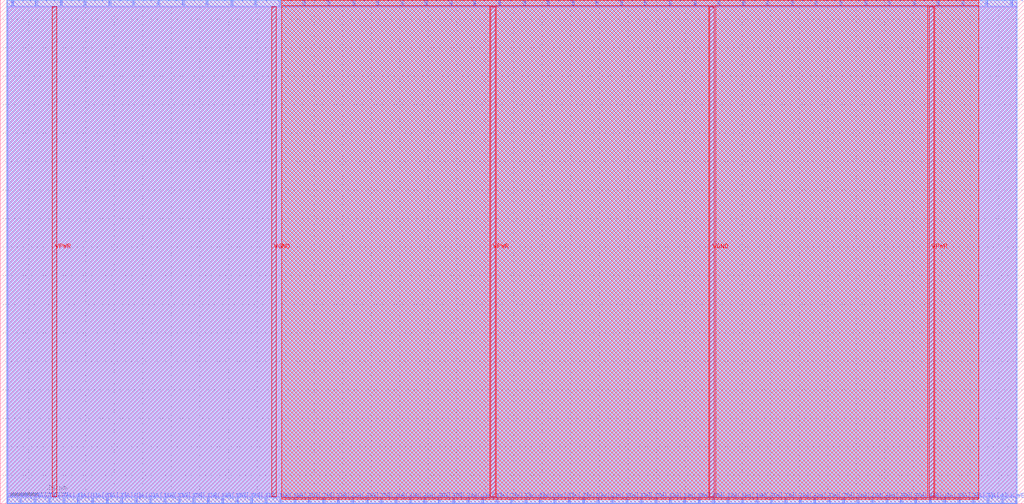
<source format=lef>
VERSION 5.7 ;
  NOWIREEXTENSIONATPIN ON ;
  DIVIDERCHAR "/" ;
  BUSBITCHARS "[]" ;
MACRO DFFRF_2R1W
  CLASS BLOCK ;
  FOREIGN DFFRF_2R1W ;
  ORIGIN 0.000 0.000 ;
  SIZE 358.800 BY 176.800 ;
  PIN CLK
    DIRECTION INPUT ;
    USE SIGNAL ;
    PORT
      LAYER met2 ;
        RECT 351.070 0.000 351.350 2.000 ;
    END
  END CLK
  PIN DA[0]
    DIRECTION OUTPUT TRISTATE ;
    USE SIGNAL ;
    PORT
      LAYER met2 ;
        RECT 2.390 0.000 2.670 2.000 ;
    END
  END DA[0]
  PIN DA[10]
    DIRECTION OUTPUT TRISTATE ;
    USE SIGNAL ;
    PORT
      LAYER met2 ;
        RECT 52.530 0.000 52.810 2.000 ;
    END
  END DA[10]
  PIN DA[11]
    DIRECTION OUTPUT TRISTATE ;
    USE SIGNAL ;
    PORT
      LAYER met2 ;
        RECT 57.590 0.000 57.870 2.000 ;
    END
  END DA[11]
  PIN DA[12]
    DIRECTION OUTPUT TRISTATE ;
    USE SIGNAL ;
    PORT
      LAYER met2 ;
        RECT 62.650 0.000 62.930 2.000 ;
    END
  END DA[12]
  PIN DA[13]
    DIRECTION OUTPUT TRISTATE ;
    USE SIGNAL ;
    PORT
      LAYER met2 ;
        RECT 67.710 0.000 67.990 2.000 ;
    END
  END DA[13]
  PIN DA[14]
    DIRECTION OUTPUT TRISTATE ;
    USE SIGNAL ;
    PORT
      LAYER met2 ;
        RECT 72.770 0.000 73.050 2.000 ;
    END
  END DA[14]
  PIN DA[15]
    DIRECTION OUTPUT TRISTATE ;
    USE SIGNAL ;
    PORT
      LAYER met2 ;
        RECT 77.830 0.000 78.110 2.000 ;
    END
  END DA[15]
  PIN DA[16]
    DIRECTION OUTPUT TRISTATE ;
    USE SIGNAL ;
    PORT
      LAYER met2 ;
        RECT 82.890 0.000 83.170 2.000 ;
    END
  END DA[16]
  PIN DA[17]
    DIRECTION OUTPUT TRISTATE ;
    USE SIGNAL ;
    PORT
      LAYER met2 ;
        RECT 87.950 0.000 88.230 2.000 ;
    END
  END DA[17]
  PIN DA[18]
    DIRECTION OUTPUT TRISTATE ;
    USE SIGNAL ;
    PORT
      LAYER met2 ;
        RECT 93.010 0.000 93.290 2.000 ;
    END
  END DA[18]
  PIN DA[19]
    DIRECTION OUTPUT TRISTATE ;
    USE SIGNAL ;
    PORT
      LAYER met2 ;
        RECT 98.070 0.000 98.350 2.000 ;
    END
  END DA[19]
  PIN DA[1]
    DIRECTION OUTPUT TRISTATE ;
    USE SIGNAL ;
    PORT
      LAYER met2 ;
        RECT 6.990 0.000 7.270 2.000 ;
    END
  END DA[1]
  PIN DA[20]
    DIRECTION OUTPUT TRISTATE ;
    USE SIGNAL ;
    PORT
      LAYER met2 ;
        RECT 103.130 0.000 103.410 2.000 ;
    END
  END DA[20]
  PIN DA[21]
    DIRECTION OUTPUT TRISTATE ;
    USE SIGNAL ;
    PORT
      LAYER met2 ;
        RECT 108.190 0.000 108.470 2.000 ;
    END
  END DA[21]
  PIN DA[22]
    DIRECTION OUTPUT TRISTATE ;
    USE SIGNAL ;
    PORT
      LAYER met2 ;
        RECT 113.250 0.000 113.530 2.000 ;
    END
  END DA[22]
  PIN DA[23]
    DIRECTION OUTPUT TRISTATE ;
    USE SIGNAL ;
    PORT
      LAYER met2 ;
        RECT 118.310 0.000 118.590 2.000 ;
    END
  END DA[23]
  PIN DA[24]
    DIRECTION OUTPUT TRISTATE ;
    USE SIGNAL ;
    PORT
      LAYER met2 ;
        RECT 123.370 0.000 123.650 2.000 ;
    END
  END DA[24]
  PIN DA[25]
    DIRECTION OUTPUT TRISTATE ;
    USE SIGNAL ;
    PORT
      LAYER met2 ;
        RECT 128.430 0.000 128.710 2.000 ;
    END
  END DA[25]
  PIN DA[26]
    DIRECTION OUTPUT TRISTATE ;
    USE SIGNAL ;
    PORT
      LAYER met2 ;
        RECT 133.490 0.000 133.770 2.000 ;
    END
  END DA[26]
  PIN DA[27]
    DIRECTION OUTPUT TRISTATE ;
    USE SIGNAL ;
    PORT
      LAYER met2 ;
        RECT 138.550 0.000 138.830 2.000 ;
    END
  END DA[27]
  PIN DA[28]
    DIRECTION OUTPUT TRISTATE ;
    USE SIGNAL ;
    PORT
      LAYER met2 ;
        RECT 143.610 0.000 143.890 2.000 ;
    END
  END DA[28]
  PIN DA[29]
    DIRECTION OUTPUT TRISTATE ;
    USE SIGNAL ;
    PORT
      LAYER met2 ;
        RECT 148.670 0.000 148.950 2.000 ;
    END
  END DA[29]
  PIN DA[2]
    DIRECTION OUTPUT TRISTATE ;
    USE SIGNAL ;
    PORT
      LAYER met2 ;
        RECT 12.050 0.000 12.330 2.000 ;
    END
  END DA[2]
  PIN DA[30]
    DIRECTION OUTPUT TRISTATE ;
    USE SIGNAL ;
    PORT
      LAYER met2 ;
        RECT 153.730 0.000 154.010 2.000 ;
    END
  END DA[30]
  PIN DA[31]
    DIRECTION OUTPUT TRISTATE ;
    USE SIGNAL ;
    PORT
      LAYER met2 ;
        RECT 158.790 0.000 159.070 2.000 ;
    END
  END DA[31]
  PIN DA[3]
    DIRECTION OUTPUT TRISTATE ;
    USE SIGNAL ;
    PORT
      LAYER met2 ;
        RECT 17.110 0.000 17.390 2.000 ;
    END
  END DA[3]
  PIN DA[4]
    DIRECTION OUTPUT TRISTATE ;
    USE SIGNAL ;
    PORT
      LAYER met2 ;
        RECT 22.170 0.000 22.450 2.000 ;
    END
  END DA[4]
  PIN DA[5]
    DIRECTION OUTPUT TRISTATE ;
    USE SIGNAL ;
    PORT
      LAYER met2 ;
        RECT 27.230 0.000 27.510 2.000 ;
    END
  END DA[5]
  PIN DA[6]
    DIRECTION OUTPUT TRISTATE ;
    USE SIGNAL ;
    PORT
      LAYER met2 ;
        RECT 32.290 0.000 32.570 2.000 ;
    END
  END DA[6]
  PIN DA[7]
    DIRECTION OUTPUT TRISTATE ;
    USE SIGNAL ;
    PORT
      LAYER met2 ;
        RECT 37.350 0.000 37.630 2.000 ;
    END
  END DA[7]
  PIN DA[8]
    DIRECTION OUTPUT TRISTATE ;
    USE SIGNAL ;
    PORT
      LAYER met2 ;
        RECT 42.410 0.000 42.690 2.000 ;
    END
  END DA[8]
  PIN DA[9]
    DIRECTION OUTPUT TRISTATE ;
    USE SIGNAL ;
    PORT
      LAYER met2 ;
        RECT 47.470 0.000 47.750 2.000 ;
    END
  END DA[9]
  PIN DB[0]
    DIRECTION OUTPUT TRISTATE ;
    USE SIGNAL ;
    PORT
      LAYER met2 ;
        RECT 4.230 174.800 4.510 176.800 ;
    END
  END DB[0]
  PIN DB[10]
    DIRECTION OUTPUT TRISTATE ;
    USE SIGNAL ;
    PORT
      LAYER met2 ;
        RECT 89.330 174.800 89.610 176.800 ;
    END
  END DB[10]
  PIN DB[11]
    DIRECTION OUTPUT TRISTATE ;
    USE SIGNAL ;
    PORT
      LAYER met2 ;
        RECT 98.070 174.800 98.350 176.800 ;
    END
  END DB[11]
  PIN DB[12]
    DIRECTION OUTPUT TRISTATE ;
    USE SIGNAL ;
    PORT
      LAYER met2 ;
        RECT 106.350 174.800 106.630 176.800 ;
    END
  END DB[12]
  PIN DB[13]
    DIRECTION OUTPUT TRISTATE ;
    USE SIGNAL ;
    PORT
      LAYER met2 ;
        RECT 115.090 174.800 115.370 176.800 ;
    END
  END DB[13]
  PIN DB[14]
    DIRECTION OUTPUT TRISTATE ;
    USE SIGNAL ;
    PORT
      LAYER met2 ;
        RECT 123.830 174.800 124.110 176.800 ;
    END
  END DB[14]
  PIN DB[15]
    DIRECTION OUTPUT TRISTATE ;
    USE SIGNAL ;
    PORT
      LAYER met2 ;
        RECT 132.110 174.800 132.390 176.800 ;
    END
  END DB[15]
  PIN DB[16]
    DIRECTION OUTPUT TRISTATE ;
    USE SIGNAL ;
    PORT
      LAYER met2 ;
        RECT 140.850 174.800 141.130 176.800 ;
    END
  END DB[16]
  PIN DB[17]
    DIRECTION OUTPUT TRISTATE ;
    USE SIGNAL ;
    PORT
      LAYER met2 ;
        RECT 149.130 174.800 149.410 176.800 ;
    END
  END DB[17]
  PIN DB[18]
    DIRECTION OUTPUT TRISTATE ;
    USE SIGNAL ;
    PORT
      LAYER met2 ;
        RECT 157.870 174.800 158.150 176.800 ;
    END
  END DB[18]
  PIN DB[19]
    DIRECTION OUTPUT TRISTATE ;
    USE SIGNAL ;
    PORT
      LAYER met2 ;
        RECT 166.150 174.800 166.430 176.800 ;
    END
  END DB[19]
  PIN DB[1]
    DIRECTION OUTPUT TRISTATE ;
    USE SIGNAL ;
    PORT
      LAYER met2 ;
        RECT 12.510 174.800 12.790 176.800 ;
    END
  END DB[1]
  PIN DB[20]
    DIRECTION OUTPUT TRISTATE ;
    USE SIGNAL ;
    PORT
      LAYER met2 ;
        RECT 174.890 174.800 175.170 176.800 ;
    END
  END DB[20]
  PIN DB[21]
    DIRECTION OUTPUT TRISTATE ;
    USE SIGNAL ;
    PORT
      LAYER met2 ;
        RECT 183.630 174.800 183.910 176.800 ;
    END
  END DB[21]
  PIN DB[22]
    DIRECTION OUTPUT TRISTATE ;
    USE SIGNAL ;
    PORT
      LAYER met2 ;
        RECT 191.910 174.800 192.190 176.800 ;
    END
  END DB[22]
  PIN DB[23]
    DIRECTION OUTPUT TRISTATE ;
    USE SIGNAL ;
    PORT
      LAYER met2 ;
        RECT 200.650 174.800 200.930 176.800 ;
    END
  END DB[23]
  PIN DB[24]
    DIRECTION OUTPUT TRISTATE ;
    USE SIGNAL ;
    PORT
      LAYER met2 ;
        RECT 208.930 174.800 209.210 176.800 ;
    END
  END DB[24]
  PIN DB[25]
    DIRECTION OUTPUT TRISTATE ;
    USE SIGNAL ;
    PORT
      LAYER met2 ;
        RECT 217.670 174.800 217.950 176.800 ;
    END
  END DB[25]
  PIN DB[26]
    DIRECTION OUTPUT TRISTATE ;
    USE SIGNAL ;
    PORT
      LAYER met2 ;
        RECT 225.950 174.800 226.230 176.800 ;
    END
  END DB[26]
  PIN DB[27]
    DIRECTION OUTPUT TRISTATE ;
    USE SIGNAL ;
    PORT
      LAYER met2 ;
        RECT 234.690 174.800 234.970 176.800 ;
    END
  END DB[27]
  PIN DB[28]
    DIRECTION OUTPUT TRISTATE ;
    USE SIGNAL ;
    PORT
      LAYER met2 ;
        RECT 243.430 174.800 243.710 176.800 ;
    END
  END DB[28]
  PIN DB[29]
    DIRECTION OUTPUT TRISTATE ;
    USE SIGNAL ;
    PORT
      LAYER met2 ;
        RECT 251.710 174.800 251.990 176.800 ;
    END
  END DB[29]
  PIN DB[2]
    DIRECTION OUTPUT TRISTATE ;
    USE SIGNAL ;
    PORT
      LAYER met2 ;
        RECT 21.250 174.800 21.530 176.800 ;
    END
  END DB[2]
  PIN DB[30]
    DIRECTION OUTPUT TRISTATE ;
    USE SIGNAL ;
    PORT
      LAYER met2 ;
        RECT 260.450 174.800 260.730 176.800 ;
    END
  END DB[30]
  PIN DB[31]
    DIRECTION OUTPUT TRISTATE ;
    USE SIGNAL ;
    PORT
      LAYER met2 ;
        RECT 268.730 174.800 269.010 176.800 ;
    END
  END DB[31]
  PIN DB[3]
    DIRECTION OUTPUT TRISTATE ;
    USE SIGNAL ;
    PORT
      LAYER met2 ;
        RECT 29.530 174.800 29.810 176.800 ;
    END
  END DB[3]
  PIN DB[4]
    DIRECTION OUTPUT TRISTATE ;
    USE SIGNAL ;
    PORT
      LAYER met2 ;
        RECT 38.270 174.800 38.550 176.800 ;
    END
  END DB[4]
  PIN DB[5]
    DIRECTION OUTPUT TRISTATE ;
    USE SIGNAL ;
    PORT
      LAYER met2 ;
        RECT 46.550 174.800 46.830 176.800 ;
    END
  END DB[5]
  PIN DB[6]
    DIRECTION OUTPUT TRISTATE ;
    USE SIGNAL ;
    PORT
      LAYER met2 ;
        RECT 55.290 174.800 55.570 176.800 ;
    END
  END DB[6]
  PIN DB[7]
    DIRECTION OUTPUT TRISTATE ;
    USE SIGNAL ;
    PORT
      LAYER met2 ;
        RECT 64.030 174.800 64.310 176.800 ;
    END
  END DB[7]
  PIN DB[8]
    DIRECTION OUTPUT TRISTATE ;
    USE SIGNAL ;
    PORT
      LAYER met2 ;
        RECT 72.310 174.800 72.590 176.800 ;
    END
  END DB[8]
  PIN DB[9]
    DIRECTION OUTPUT TRISTATE ;
    USE SIGNAL ;
    PORT
      LAYER met2 ;
        RECT 81.050 174.800 81.330 176.800 ;
    END
  END DB[9]
  PIN DW[0]
    DIRECTION INPUT ;
    USE SIGNAL ;
    PORT
      LAYER met2 ;
        RECT 163.850 0.000 164.130 2.000 ;
    END
  END DW[0]
  PIN DW[10]
    DIRECTION INPUT ;
    USE SIGNAL ;
    PORT
      LAYER met2 ;
        RECT 214.450 0.000 214.730 2.000 ;
    END
  END DW[10]
  PIN DW[11]
    DIRECTION INPUT ;
    USE SIGNAL ;
    PORT
      LAYER met2 ;
        RECT 219.510 0.000 219.790 2.000 ;
    END
  END DW[11]
  PIN DW[12]
    DIRECTION INPUT ;
    USE SIGNAL ;
    PORT
      LAYER met2 ;
        RECT 224.570 0.000 224.850 2.000 ;
    END
  END DW[12]
  PIN DW[13]
    DIRECTION INPUT ;
    USE SIGNAL ;
    PORT
      LAYER met2 ;
        RECT 229.630 0.000 229.910 2.000 ;
    END
  END DW[13]
  PIN DW[14]
    DIRECTION INPUT ;
    USE SIGNAL ;
    PORT
      LAYER met2 ;
        RECT 234.690 0.000 234.970 2.000 ;
    END
  END DW[14]
  PIN DW[15]
    DIRECTION INPUT ;
    USE SIGNAL ;
    PORT
      LAYER met2 ;
        RECT 239.750 0.000 240.030 2.000 ;
    END
  END DW[15]
  PIN DW[16]
    DIRECTION INPUT ;
    USE SIGNAL ;
    PORT
      LAYER met2 ;
        RECT 244.810 0.000 245.090 2.000 ;
    END
  END DW[16]
  PIN DW[17]
    DIRECTION INPUT ;
    USE SIGNAL ;
    PORT
      LAYER met2 ;
        RECT 249.870 0.000 250.150 2.000 ;
    END
  END DW[17]
  PIN DW[18]
    DIRECTION INPUT ;
    USE SIGNAL ;
    PORT
      LAYER met2 ;
        RECT 254.930 0.000 255.210 2.000 ;
    END
  END DW[18]
  PIN DW[19]
    DIRECTION INPUT ;
    USE SIGNAL ;
    PORT
      LAYER met2 ;
        RECT 259.990 0.000 260.270 2.000 ;
    END
  END DW[19]
  PIN DW[1]
    DIRECTION INPUT ;
    USE SIGNAL ;
    PORT
      LAYER met2 ;
        RECT 168.910 0.000 169.190 2.000 ;
    END
  END DW[1]
  PIN DW[20]
    DIRECTION INPUT ;
    USE SIGNAL ;
    PORT
      LAYER met2 ;
        RECT 265.050 0.000 265.330 2.000 ;
    END
  END DW[20]
  PIN DW[21]
    DIRECTION INPUT ;
    USE SIGNAL ;
    PORT
      LAYER met2 ;
        RECT 270.110 0.000 270.390 2.000 ;
    END
  END DW[21]
  PIN DW[22]
    DIRECTION INPUT ;
    USE SIGNAL ;
    PORT
      LAYER met2 ;
        RECT 275.170 0.000 275.450 2.000 ;
    END
  END DW[22]
  PIN DW[23]
    DIRECTION INPUT ;
    USE SIGNAL ;
    PORT
      LAYER met2 ;
        RECT 280.230 0.000 280.510 2.000 ;
    END
  END DW[23]
  PIN DW[24]
    DIRECTION INPUT ;
    USE SIGNAL ;
    PORT
      LAYER met2 ;
        RECT 285.290 0.000 285.570 2.000 ;
    END
  END DW[24]
  PIN DW[25]
    DIRECTION INPUT ;
    USE SIGNAL ;
    PORT
      LAYER met2 ;
        RECT 290.350 0.000 290.630 2.000 ;
    END
  END DW[25]
  PIN DW[26]
    DIRECTION INPUT ;
    USE SIGNAL ;
    PORT
      LAYER met2 ;
        RECT 295.410 0.000 295.690 2.000 ;
    END
  END DW[26]
  PIN DW[27]
    DIRECTION INPUT ;
    USE SIGNAL ;
    PORT
      LAYER met2 ;
        RECT 300.470 0.000 300.750 2.000 ;
    END
  END DW[27]
  PIN DW[28]
    DIRECTION INPUT ;
    USE SIGNAL ;
    PORT
      LAYER met2 ;
        RECT 305.530 0.000 305.810 2.000 ;
    END
  END DW[28]
  PIN DW[29]
    DIRECTION INPUT ;
    USE SIGNAL ;
    PORT
      LAYER met2 ;
        RECT 310.590 0.000 310.870 2.000 ;
    END
  END DW[29]
  PIN DW[2]
    DIRECTION INPUT ;
    USE SIGNAL ;
    PORT
      LAYER met2 ;
        RECT 173.970 0.000 174.250 2.000 ;
    END
  END DW[2]
  PIN DW[30]
    DIRECTION INPUT ;
    USE SIGNAL ;
    PORT
      LAYER met2 ;
        RECT 315.650 0.000 315.930 2.000 ;
    END
  END DW[30]
  PIN DW[31]
    DIRECTION INPUT ;
    USE SIGNAL ;
    PORT
      LAYER met2 ;
        RECT 320.710 0.000 320.990 2.000 ;
    END
  END DW[31]
  PIN DW[3]
    DIRECTION INPUT ;
    USE SIGNAL ;
    PORT
      LAYER met2 ;
        RECT 179.030 0.000 179.310 2.000 ;
    END
  END DW[3]
  PIN DW[4]
    DIRECTION INPUT ;
    USE SIGNAL ;
    PORT
      LAYER met2 ;
        RECT 184.090 0.000 184.370 2.000 ;
    END
  END DW[4]
  PIN DW[5]
    DIRECTION INPUT ;
    USE SIGNAL ;
    PORT
      LAYER met2 ;
        RECT 189.150 0.000 189.430 2.000 ;
    END
  END DW[5]
  PIN DW[6]
    DIRECTION INPUT ;
    USE SIGNAL ;
    PORT
      LAYER met2 ;
        RECT 194.210 0.000 194.490 2.000 ;
    END
  END DW[6]
  PIN DW[7]
    DIRECTION INPUT ;
    USE SIGNAL ;
    PORT
      LAYER met2 ;
        RECT 199.270 0.000 199.550 2.000 ;
    END
  END DW[7]
  PIN DW[8]
    DIRECTION INPUT ;
    USE SIGNAL ;
    PORT
      LAYER met2 ;
        RECT 204.330 0.000 204.610 2.000 ;
    END
  END DW[8]
  PIN DW[9]
    DIRECTION INPUT ;
    USE SIGNAL ;
    PORT
      LAYER met2 ;
        RECT 209.390 0.000 209.670 2.000 ;
    END
  END DW[9]
  PIN RA[0]
    DIRECTION INPUT ;
    USE SIGNAL ;
    PORT
      LAYER met2 ;
        RECT 325.770 0.000 326.050 2.000 ;
    END
  END RA[0]
  PIN RA[1]
    DIRECTION INPUT ;
    USE SIGNAL ;
    PORT
      LAYER met2 ;
        RECT 330.830 0.000 331.110 2.000 ;
    END
  END RA[1]
  PIN RA[2]
    DIRECTION INPUT ;
    USE SIGNAL ;
    PORT
      LAYER met2 ;
        RECT 335.890 0.000 336.170 2.000 ;
    END
  END RA[2]
  PIN RA[3]
    DIRECTION INPUT ;
    USE SIGNAL ;
    PORT
      LAYER met2 ;
        RECT 340.950 0.000 341.230 2.000 ;
    END
  END RA[3]
  PIN RA[4]
    DIRECTION INPUT ;
    USE SIGNAL ;
    PORT
      LAYER met2 ;
        RECT 346.010 0.000 346.290 2.000 ;
    END
  END RA[4]
  PIN RB[0]
    DIRECTION INPUT ;
    USE SIGNAL ;
    PORT
      LAYER met2 ;
        RECT 277.470 174.800 277.750 176.800 ;
    END
  END RB[0]
  PIN RB[1]
    DIRECTION INPUT ;
    USE SIGNAL ;
    PORT
      LAYER met2 ;
        RECT 285.750 174.800 286.030 176.800 ;
    END
  END RB[1]
  PIN RB[2]
    DIRECTION INPUT ;
    USE SIGNAL ;
    PORT
      LAYER met2 ;
        RECT 294.490 174.800 294.770 176.800 ;
    END
  END RB[2]
  PIN RB[3]
    DIRECTION INPUT ;
    USE SIGNAL ;
    PORT
      LAYER met2 ;
        RECT 303.230 174.800 303.510 176.800 ;
    END
  END RB[3]
  PIN RB[4]
    DIRECTION INPUT ;
    USE SIGNAL ;
    PORT
      LAYER met2 ;
        RECT 311.510 174.800 311.790 176.800 ;
    END
  END RB[4]
  PIN RW[0]
    DIRECTION INPUT ;
    USE SIGNAL ;
    PORT
      LAYER met2 ;
        RECT 320.250 174.800 320.530 176.800 ;
    END
  END RW[0]
  PIN RW[1]
    DIRECTION INPUT ;
    USE SIGNAL ;
    PORT
      LAYER met2 ;
        RECT 328.530 174.800 328.810 176.800 ;
    END
  END RW[1]
  PIN RW[2]
    DIRECTION INPUT ;
    USE SIGNAL ;
    PORT
      LAYER met2 ;
        RECT 337.270 174.800 337.550 176.800 ;
    END
  END RW[2]
  PIN RW[3]
    DIRECTION INPUT ;
    USE SIGNAL ;
    PORT
      LAYER met2 ;
        RECT 345.550 174.800 345.830 176.800 ;
    END
  END RW[3]
  PIN RW[4]
    DIRECTION INPUT ;
    USE SIGNAL ;
    PORT
      LAYER met2 ;
        RECT 354.290 174.800 354.570 176.800 ;
    END
  END RW[4]
  PIN VGND
    DIRECTION INPUT ;
    USE GROUND ;
    PORT
      LAYER met4 ;
        RECT 95.080 2.480 96.680 174.320 ;
    END
    PORT
      LAYER met4 ;
        RECT 248.680 2.480 250.280 174.320 ;
    END
  END VGND
  PIN VPWR
    DIRECTION INPUT ;
    USE POWER ;
    PORT
      LAYER met4 ;
        RECT 18.280 2.480 19.880 174.320 ;
    END
    PORT
      LAYER met4 ;
        RECT 171.880 2.480 173.480 174.320 ;
    END
    PORT
      LAYER met4 ;
        RECT 325.480 2.480 327.080 174.320 ;
    END
  END VPWR
  PIN WE
    DIRECTION INPUT ;
    USE SIGNAL ;
    PORT
      LAYER met2 ;
        RECT 356.130 0.000 356.410 2.000 ;
    END
  END WE
  OBS
      LAYER li1 ;
        RECT 2.760 2.635 356.040 174.165 ;
      LAYER met1 ;
        RECT 2.370 0.040 356.040 176.760 ;
      LAYER met2 ;
        RECT 2.390 174.520 3.950 176.790 ;
        RECT 4.790 174.520 12.230 176.790 ;
        RECT 13.070 174.520 20.970 176.790 ;
        RECT 21.810 174.520 29.250 176.790 ;
        RECT 30.090 174.520 37.990 176.790 ;
        RECT 38.830 174.520 46.270 176.790 ;
        RECT 47.110 174.520 55.010 176.790 ;
        RECT 55.850 174.520 63.750 176.790 ;
        RECT 64.590 174.520 72.030 176.790 ;
        RECT 72.870 174.520 80.770 176.790 ;
        RECT 81.610 174.520 89.050 176.790 ;
        RECT 89.890 174.520 97.790 176.790 ;
        RECT 98.630 174.520 106.070 176.790 ;
        RECT 106.910 174.520 114.810 176.790 ;
        RECT 115.650 174.520 123.550 176.790 ;
        RECT 124.390 174.520 131.830 176.790 ;
        RECT 132.670 174.520 140.570 176.790 ;
        RECT 141.410 174.520 148.850 176.790 ;
        RECT 149.690 174.520 157.590 176.790 ;
        RECT 158.430 174.520 165.870 176.790 ;
        RECT 166.710 174.520 174.610 176.790 ;
        RECT 175.450 174.520 183.350 176.790 ;
        RECT 184.190 174.520 191.630 176.790 ;
        RECT 192.470 174.520 200.370 176.790 ;
        RECT 201.210 174.520 208.650 176.790 ;
        RECT 209.490 174.520 217.390 176.790 ;
        RECT 218.230 174.520 225.670 176.790 ;
        RECT 226.510 174.520 234.410 176.790 ;
        RECT 235.250 174.520 243.150 176.790 ;
        RECT 243.990 174.520 251.430 176.790 ;
        RECT 252.270 174.520 260.170 176.790 ;
        RECT 261.010 174.520 268.450 176.790 ;
        RECT 269.290 174.520 277.190 176.790 ;
        RECT 278.030 174.520 285.470 176.790 ;
        RECT 286.310 174.520 294.210 176.790 ;
        RECT 295.050 174.520 302.950 176.790 ;
        RECT 303.790 174.520 311.230 176.790 ;
        RECT 312.070 174.520 319.970 176.790 ;
        RECT 320.810 174.520 328.250 176.790 ;
        RECT 329.090 174.520 336.990 176.790 ;
        RECT 337.830 174.520 345.270 176.790 ;
        RECT 346.110 174.520 354.010 176.790 ;
        RECT 354.850 174.520 356.410 176.790 ;
        RECT 2.390 2.280 356.410 174.520 ;
        RECT 2.950 0.010 6.710 2.280 ;
        RECT 7.550 0.010 11.770 2.280 ;
        RECT 12.610 0.010 16.830 2.280 ;
        RECT 17.670 0.010 21.890 2.280 ;
        RECT 22.730 0.010 26.950 2.280 ;
        RECT 27.790 0.010 32.010 2.280 ;
        RECT 32.850 0.010 37.070 2.280 ;
        RECT 37.910 0.010 42.130 2.280 ;
        RECT 42.970 0.010 47.190 2.280 ;
        RECT 48.030 0.010 52.250 2.280 ;
        RECT 53.090 0.010 57.310 2.280 ;
        RECT 58.150 0.010 62.370 2.280 ;
        RECT 63.210 0.010 67.430 2.280 ;
        RECT 68.270 0.010 72.490 2.280 ;
        RECT 73.330 0.010 77.550 2.280 ;
        RECT 78.390 0.010 82.610 2.280 ;
        RECT 83.450 0.010 87.670 2.280 ;
        RECT 88.510 0.010 92.730 2.280 ;
        RECT 93.570 0.010 97.790 2.280 ;
        RECT 98.630 0.010 102.850 2.280 ;
        RECT 103.690 0.010 107.910 2.280 ;
        RECT 108.750 0.010 112.970 2.280 ;
        RECT 113.810 0.010 118.030 2.280 ;
        RECT 118.870 0.010 123.090 2.280 ;
        RECT 123.930 0.010 128.150 2.280 ;
        RECT 128.990 0.010 133.210 2.280 ;
        RECT 134.050 0.010 138.270 2.280 ;
        RECT 139.110 0.010 143.330 2.280 ;
        RECT 144.170 0.010 148.390 2.280 ;
        RECT 149.230 0.010 153.450 2.280 ;
        RECT 154.290 0.010 158.510 2.280 ;
        RECT 159.350 0.010 163.570 2.280 ;
        RECT 164.410 0.010 168.630 2.280 ;
        RECT 169.470 0.010 173.690 2.280 ;
        RECT 174.530 0.010 178.750 2.280 ;
        RECT 179.590 0.010 183.810 2.280 ;
        RECT 184.650 0.010 188.870 2.280 ;
        RECT 189.710 0.010 193.930 2.280 ;
        RECT 194.770 0.010 198.990 2.280 ;
        RECT 199.830 0.010 204.050 2.280 ;
        RECT 204.890 0.010 209.110 2.280 ;
        RECT 209.950 0.010 214.170 2.280 ;
        RECT 215.010 0.010 219.230 2.280 ;
        RECT 220.070 0.010 224.290 2.280 ;
        RECT 225.130 0.010 229.350 2.280 ;
        RECT 230.190 0.010 234.410 2.280 ;
        RECT 235.250 0.010 239.470 2.280 ;
        RECT 240.310 0.010 244.530 2.280 ;
        RECT 245.370 0.010 249.590 2.280 ;
        RECT 250.430 0.010 254.650 2.280 ;
        RECT 255.490 0.010 259.710 2.280 ;
        RECT 260.550 0.010 264.770 2.280 ;
        RECT 265.610 0.010 269.830 2.280 ;
        RECT 270.670 0.010 274.890 2.280 ;
        RECT 275.730 0.010 279.950 2.280 ;
        RECT 280.790 0.010 285.010 2.280 ;
        RECT 285.850 0.010 290.070 2.280 ;
        RECT 290.910 0.010 295.130 2.280 ;
        RECT 295.970 0.010 300.190 2.280 ;
        RECT 301.030 0.010 305.250 2.280 ;
        RECT 306.090 0.010 310.310 2.280 ;
        RECT 311.150 0.010 315.370 2.280 ;
        RECT 316.210 0.010 320.430 2.280 ;
        RECT 321.270 0.010 325.490 2.280 ;
        RECT 326.330 0.010 330.550 2.280 ;
        RECT 331.390 0.010 335.610 2.280 ;
        RECT 336.450 0.010 340.670 2.280 ;
        RECT 341.510 0.010 345.730 2.280 ;
        RECT 346.570 0.010 350.790 2.280 ;
        RECT 351.630 0.010 355.850 2.280 ;
      LAYER met3 ;
        RECT 2.365 0.175 356.435 176.625 ;
      LAYER met4 ;
        RECT 98.735 174.720 342.865 176.625 ;
        RECT 98.735 2.080 171.480 174.720 ;
        RECT 173.880 2.080 248.280 174.720 ;
        RECT 250.680 2.080 325.080 174.720 ;
        RECT 327.480 2.080 342.865 174.720 ;
        RECT 98.735 1.535 342.865 2.080 ;
  END
END DFFRF_2R1W
END LIBRARY


</source>
